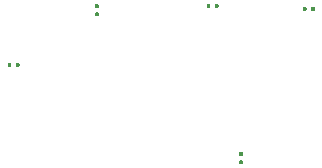
<source format=gbr>
%TF.GenerationSoftware,KiCad,Pcbnew,(5.1.6)-1*%
%TF.CreationDate,2021-10-24T20:30:52+03:00*%
%TF.ProjectId,INTERVER_OSCILLATER,494e5445-5256-4455-925f-4f5343494c4c,0*%
%TF.SameCoordinates,Original*%
%TF.FileFunction,Paste,Top*%
%TF.FilePolarity,Positive*%
%FSLAX46Y46*%
G04 Gerber Fmt 4.6, Leading zero omitted, Abs format (unit mm)*
G04 Created by KiCad (PCBNEW (5.1.6)-1) date 2021-10-24 20:30:52*
%MOMM*%
%LPD*%
G01*
G04 APERTURE LIST*
G04 APERTURE END LIST*
%TO.C,R2*%
G36*
G01*
X144936000Y-98850500D02*
X144936000Y-98649500D01*
G75*
G02*
X145015500Y-98570000I79500J0D01*
G01*
X145174500Y-98570000D01*
G75*
G02*
X145254000Y-98649500I0J-79500D01*
G01*
X145254000Y-98850500D01*
G75*
G02*
X145174500Y-98930000I-79500J0D01*
G01*
X145015500Y-98930000D01*
G75*
G02*
X144936000Y-98850500I0J79500D01*
G01*
G37*
G36*
G01*
X144246000Y-98850500D02*
X144246000Y-98649500D01*
G75*
G02*
X144325500Y-98570000I79500J0D01*
G01*
X144484500Y-98570000D01*
G75*
G02*
X144564000Y-98649500I0J-79500D01*
G01*
X144564000Y-98850500D01*
G75*
G02*
X144484500Y-98930000I-79500J0D01*
G01*
X144325500Y-98930000D01*
G75*
G02*
X144246000Y-98850500I0J79500D01*
G01*
G37*
%TD*%
%TO.C,C1*%
G36*
G01*
X162099000Y-93649500D02*
X162099000Y-93850500D01*
G75*
G02*
X162019500Y-93930000I-79500J0D01*
G01*
X161860500Y-93930000D01*
G75*
G02*
X161781000Y-93850500I0J79500D01*
G01*
X161781000Y-93649500D01*
G75*
G02*
X161860500Y-93570000I79500J0D01*
G01*
X162019500Y-93570000D01*
G75*
G02*
X162099000Y-93649500I0J-79500D01*
G01*
G37*
G36*
G01*
X161409000Y-93649500D02*
X161409000Y-93850500D01*
G75*
G02*
X161329500Y-93930000I-79500J0D01*
G01*
X161170500Y-93930000D01*
G75*
G02*
X161091000Y-93850500I0J79500D01*
G01*
X161091000Y-93649500D01*
G75*
G02*
X161170500Y-93570000I79500J0D01*
G01*
X161329500Y-93570000D01*
G75*
G02*
X161409000Y-93649500I0J-79500D01*
G01*
G37*
%TD*%
%TO.C,R1*%
G36*
G01*
X151900500Y-94604000D02*
X151699500Y-94604000D01*
G75*
G02*
X151620000Y-94524500I0J79500D01*
G01*
X151620000Y-94365500D01*
G75*
G02*
X151699500Y-94286000I79500J0D01*
G01*
X151900500Y-94286000D01*
G75*
G02*
X151980000Y-94365500I0J-79500D01*
G01*
X151980000Y-94524500D01*
G75*
G02*
X151900500Y-94604000I-79500J0D01*
G01*
G37*
G36*
G01*
X151900500Y-93914000D02*
X151699500Y-93914000D01*
G75*
G02*
X151620000Y-93834500I0J79500D01*
G01*
X151620000Y-93675500D01*
G75*
G02*
X151699500Y-93596000I79500J0D01*
G01*
X151900500Y-93596000D01*
G75*
G02*
X151980000Y-93675500I0J-79500D01*
G01*
X151980000Y-93834500D01*
G75*
G02*
X151900500Y-93914000I-79500J0D01*
G01*
G37*
%TD*%
%TO.C,R3*%
G36*
G01*
X170254000Y-93899500D02*
X170254000Y-94100500D01*
G75*
G02*
X170174500Y-94180000I-79500J0D01*
G01*
X170015500Y-94180000D01*
G75*
G02*
X169936000Y-94100500I0J79500D01*
G01*
X169936000Y-93899500D01*
G75*
G02*
X170015500Y-93820000I79500J0D01*
G01*
X170174500Y-93820000D01*
G75*
G02*
X170254000Y-93899500I0J-79500D01*
G01*
G37*
G36*
G01*
X169564000Y-93899500D02*
X169564000Y-94100500D01*
G75*
G02*
X169484500Y-94180000I-79500J0D01*
G01*
X169325500Y-94180000D01*
G75*
G02*
X169246000Y-94100500I0J79500D01*
G01*
X169246000Y-93899500D01*
G75*
G02*
X169325500Y-93820000I79500J0D01*
G01*
X169484500Y-93820000D01*
G75*
G02*
X169564000Y-93899500I0J-79500D01*
G01*
G37*
%TD*%
%TO.C,R4*%
G36*
G01*
X164100500Y-106434000D02*
X163899500Y-106434000D01*
G75*
G02*
X163820000Y-106354500I0J79500D01*
G01*
X163820000Y-106195500D01*
G75*
G02*
X163899500Y-106116000I79500J0D01*
G01*
X164100500Y-106116000D01*
G75*
G02*
X164180000Y-106195500I0J-79500D01*
G01*
X164180000Y-106354500D01*
G75*
G02*
X164100500Y-106434000I-79500J0D01*
G01*
G37*
G36*
G01*
X164100500Y-107124000D02*
X163899500Y-107124000D01*
G75*
G02*
X163820000Y-107044500I0J79500D01*
G01*
X163820000Y-106885500D01*
G75*
G02*
X163899500Y-106806000I79500J0D01*
G01*
X164100500Y-106806000D01*
G75*
G02*
X164180000Y-106885500I0J-79500D01*
G01*
X164180000Y-107044500D01*
G75*
G02*
X164100500Y-107124000I-79500J0D01*
G01*
G37*
%TD*%
M02*

</source>
